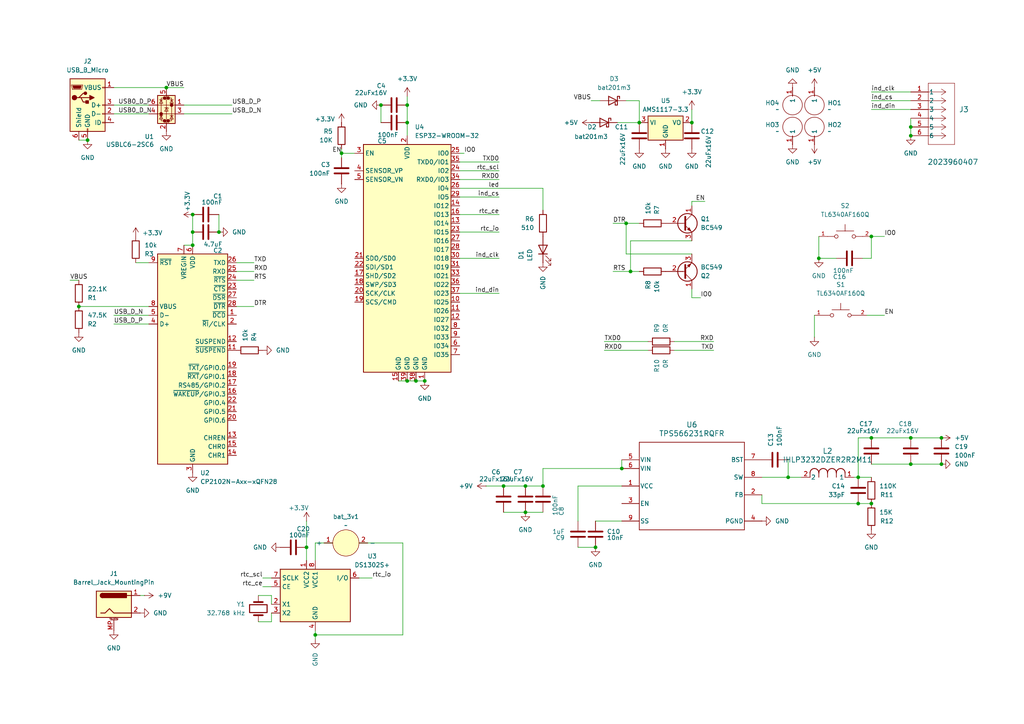
<source format=kicad_sch>
(kicad_sch (version 20250114) (generator "eeschema") (generator_version "9.0")
  (paper "A4")
  (lib_symbols
    (symbol "2024-10-03_17-32-12:TPS566231RQFR" (pin_names (offset 0.254))
      (property "Reference" "U" (at 0 2.54 0))
      (property "Value" "TPS566231RQFR" (at 0 0 0))
      (symbol "TPS566231RQFR_0_1"
        (pin power_in line (at -20.32 7.62 0) (length 5.08) (name "VIN") (number "5"))
        (pin power_in line (at -20.32 5.08 0) (length 5.08) (name "VIN") (number "6"))
        (pin power_in line (at -20.32 0 0) (length 5.08) (name "VCC") (number "1"))
        (pin input line (at -20.32 -5.08 0) (length 5.08) (name "EN") (number "3"))
        (pin unspecified line (at -20.32 -10.16 0) (length 5.08) (name "SS") (number "9"))
        (pin power_in line (at 20.32 7.62 180) (length 5.08) (name "BST") (number "7"))
        (pin power_in line (at 20.32 2.54 180) (length 5.08) (name "SW") (number "8"))
        (pin input line (at 20.32 -2.54 180) (length 5.08) (name "FB") (number "2"))
        (pin power_in line (at 20.32 -10.16 180) (length 5.08) (name "PGND") (number "4"))
      )
    )
    (symbol "2024-10-12_21-28-59:2023960407" (pin_names (offset 0.254))
      (property "Reference" "J" (at 8.89 6.35 0))
      (property "Value" "2023960407" (at 0 0 0))
      (symbol "2023960407_1_1"
        (pin unspecified line (at 0 0 0) (length 5.08) (name "1") (number "1"))
        (pin unspecified line (at 0 -2.54 0) (length 5.08) (name "2") (number "2"))
        (pin unspecified line (at 0 -5.08 0) (length 5.08) (name "3") (number "3"))
        (pin unspecified line (at 0 -7.62 0) (length 5.08) (name "4") (number "4"))
        (pin unspecified line (at 0 -10.16 0) (length 5.08) (name "5") (number "5"))
        (pin unspecified line (at 0 -12.7 0) (length 5.08) (name "6") (number "6"))
      )
      (symbol "2023960407_1_2"
        (pin unspecified line (at 0 0 0) (length 5.08) (name "1") (number "1"))
        (pin unspecified line (at 0 -2.54 0) (length 5.08) (name "2") (number "2"))
        (pin unspecified line (at 0 -5.08 0) (length 5.08) (name "3") (number "3"))
        (pin unspecified line (at 0 -7.62 0) (length 5.08) (name "4") (number "4"))
        (pin unspecified line (at 0 -10.16 0) (length 5.08) (name "5") (number "5"))
        (pin unspecified line (at 0 -12.7 0) (length 5.08) (name "6") (number "6"))
      )
    )
    (symbol "2024-10-13_18-27-30:IHLP3232DZER2R2M11" (pin_names (offset 0.254))
      (property "Reference" "L" (at 6.985 5.08 0))
      (property "Value" "IHLP3232DZER2R2M11" (at 6.985 -2.54 0))
      (symbol "IHLP3232DZER2R2M11_1_1"
        (pin unspecified line (at 0 0 0) (length 2.54) (name "2") (number "2"))
        (pin unspecified line (at 15.24 0 180) (length 2.54) (name "1") (number "1"))
      )
      (symbol "IHLP3232DZER2R2M11_1_2"
        (pin unspecified line (at 0 15.24 270) (length 2.54) (name "1") (number "1"))
        (pin unspecified line (at 0 0 90) (length 2.54) (name "2") (number "2"))
      )
    )
    (symbol "Battery_Management:battery_holder_GR2032"
      (property "Reference" "bat_3v" (at 0 0.762 0))
      (symbol "battery_holder_GR2032_1_1"
        (pin power_out line (at -3.81 0 180) (length 2.54) (name "-") (number "2"))
        (pin power_out line (at 3.81 0 0) (length 2.54) (name "+") (number "1"))
      )
    )
    (symbol "Connector:Barrel_Jack_MountingPin" (pin_names (hide yes))
      (property "Reference" "J" (at 0 5.334 0))
      (property "Value" "Barrel_Jack_MountingPin" (at 1.27 -6.35 0))
      (symbol "Barrel_Jack_MountingPin_1_1"
        (text "Mounting" (at 0 -4.191 0) (effects (font (size 0.381 0.381))))
        (pin passive line (at 0 -7.62 90) (length 3.048) (name "MountPin") (number "MP"))
        (pin passive line (at 7.62 2.54 180) (length 2.54) (name "~") (number "1"))
        (pin passive line (at 7.62 -2.54 180) (length 2.54) (name "~") (number "2"))
      )
    )
    (symbol "Connector:USB_B_Micro" (pin_names (offset 1.016))
      (property "Reference" "J" (at -5.08 11.43 0))
      (property "Value" "USB_B_Micro" (at -5.08 8.89 0))
      (symbol "USB_B_Micro_1_1"
        (pin passive line (at -2.54 -10.16 90) (length 2.54) (name "Shield") (number "6"))
        (pin power_out line (at 0 -10.16 90) (length 2.54) (name "GND") (number "5"))
        (pin power_out line (at 7.62 5.08 180) (length 2.54) (name "VBUS") (number "1"))
        (pin bidirectional line (at 7.62 0 180) (length 2.54) (name "D+") (number "3"))
        (pin bidirectional line (at 7.62 -2.54 180) (length 2.54) (name "D-") (number "2"))
        (pin passive line (at 7.62 -5.08 180) (length 2.54) (name "ID") (number "4"))
      )
    )
    (symbol "Device:C" (pin_numbers (hide yes)) (pin_names (offset 0.254))
      (property "Reference" "C" (at 0.635 2.54 0))
      (property "Value" "C" (at 0.635 -2.54 0))
      (symbol "C_1_1"
        (pin passive line (at 0 3.81 270) (length 2.794) (name "~") (number "1"))
        (pin passive line (at 0 -3.81 90) (length 2.794) (name "~") (number "2"))
      )
    )
    (symbol "Device:Crystal" (pin_numbers (hide yes)) (pin_names (offset 1.016) (hide yes))
      (property "Reference" "Y" (at 0 3.81 0))
      (property "Value" "Crystal" (at 0 -3.81 0))
      (symbol "Crystal_1_1"
        (pin passive line (at -3.81 0 0) (length 1.27) (name "1") (number "1"))
        (pin passive line (at 3.81 0 180) (length 1.27) (name "2") (number "2"))
      )
    )
    (symbol "Device:D_Schottky" (pin_numbers (hide yes)) (pin_names (offset 1.016) (hide yes))
      (property "Reference" "D" (at 0 2.54 0))
      (property "Value" "D_Schottky" (at 0 -2.54 0))
      (symbol "D_Schottky_1_1"
        (pin passive line (at -3.81 0 0) (length 2.54) (name "K") (number "1"))
        (pin passive line (at 3.81 0 180) (length 2.54) (name "A") (number "2"))
      )
    )
    (symbol "Device:LED" (pin_numbers (hide yes)) (pin_names (offset 1.016) (hide yes))
      (property "Reference" "D" (at 0 2.54 0))
      (property "Value" "LED" (at 0 -2.54 0))
      (symbol "LED_1_1"
        (pin passive line (at -3.81 0 0) (length 2.54) (name "K") (number "1"))
        (pin passive line (at 3.81 0 180) (length 2.54) (name "A") (number "2"))
      )
    )
    (symbol "Device:R" (pin_numbers (hide yes)) (pin_names (offset 0))
      (property "Reference" "R" (at 2.032 0 90))
      (property "Value" "R" (at 0 0 90))
      (symbol "R_1_1"
        (pin passive line (at 0 3.81 270) (length 1.27) (name "~") (number "1"))
        (pin passive line (at 0 -3.81 90) (length 1.27) (name "~") (number "2"))
      )
    )
    (symbol "Interface_USB:CP2102N-Axx-xQFN28"
      (property "Reference" "U" (at -8.89 31.75 0))
      (property "Value" "CP2102N-Axx-xQFN28" (at 12.7 31.75 0))
      (symbol "CP2102N-Axx-xQFN28_1_1"
        (pin input line (at -12.7 27.94 0) (length 2.54) (name "~{RST}") (number "9"))
        (pin input line (at -12.7 15.24 0) (length 2.54) (name "VBUS") (number "8"))
        (pin bidirectional line (at -12.7 12.7 0) (length 2.54) (name "D-") (number "5"))
        (pin bidirectional line (at -12.7 10.16 0) (length 2.54) (name "D+") (number "4"))
        (pin no_connect line (at -10.16 -27.94 0) (length 2.54) (hide yes) (name "NC") (number "10"))
        (pin power_in line (at -2.54 33.02 270) (length 2.54) (name "VREGIN") (number "7"))
        (pin power_in line (at 0 33.02 270) (length 2.54) (name "VDD") (number "6"))
        (pin passive line (at 0 -33.02 90) (length 2.54) (hide yes) (name "GND") (number "29"))
        (pin power_in line (at 0 -33.02 90) (length 2.54) (name "GND") (number "3"))
        (pin output line (at 12.7 27.94 180) (length 2.54) (name "TXD") (number "26"))
        (pin input line (at 12.7 25.4 180) (length 2.54) (name "RXD") (number "25"))
        (pin output line (at 12.7 22.86 180) (length 2.54) (name "~{RTS}") (number "24"))
        (pin input line (at 12.7 20.32 180) (length 2.54) (name "~{CTS}") (number "23"))
        (pin input line (at 12.7 17.78 180) (length 2.54) (name "~{DSR}") (number "27"))
        (pin output line (at 12.7 15.24 180) (length 2.54) (name "~{DTR}") (number "28"))
        (pin input line (at 12.7 12.7 180) (length 2.54) (name "~{DCD}") (number "1"))
        (pin bidirectional line (at 12.7 10.16 180) (length 2.54) (name "~{RI}/CLK") (number "2"))
        (pin output line (at 12.7 5.08 180) (length 2.54) (name "SUSPEND") (number "12"))
        (pin output line (at 12.7 2.54 180) (length 2.54) (name "~{SUSPEND}") (number "11"))
        (pin bidirectional line (at 12.7 -2.54 180) (length 2.54) (name "~{TXT}/GPIO.0") (number "19"))
        (pin bidirectional line (at 12.7 -5.08 180) (length 2.54) (name "~{RXT}/GPIO.1") (number "18"))
        (pin bidirectional line (at 12.7 -7.62 180) (length 2.54) (name "RS485/GPIO.2") (number "17"))
        (pin bidirectional line (at 12.7 -10.16 180) (length 2.54) (name "~{WAKEUP}/GPIO.3") (number "16"))
        (pin bidirectional line (at 12.7 -12.7 180) (length 2.54) (name "GPIO.4") (number "22"))
        (pin bidirectional line (at 12.7 -15.24 180) (length 2.54) (name "GPIO.5") (number "21"))
        (pin bidirectional line (at 12.7 -17.78 180) (length 2.54) (name "GPIO.6") (number "20"))
        (pin output line (at 12.7 -22.86 180) (length 2.54) (name "CHREN") (number "13"))
        (pin output line (at 12.7 -25.4 180) (length 2.54) (name "CHR0") (number "15"))
        (pin output line (at 12.7 -27.94 180) (length 2.54) (name "CHR1") (number "14"))
      )
    )
    (symbol "Power_Protection:USBLC6-2SC6" (pin_names (hide yes))
      (property "Reference" "U" (at 0.635 5.715 0))
      (property "Value" "USBLC6-2SC6" (at 0.635 3.81 0))
      (symbol "USBLC6-2SC6_1_1"
        (pin passive line (at -5.08 0 0) (length 2.54) (name "I/O1") (number "1"))
        (pin passive line (at -5.08 -2.54 0) (length 2.54) (name "I/O2") (number "3"))
        (pin passive line (at 0 5.08 270) (length 2.54) (name "VBUS") (number "5"))
        (pin passive line (at 0 -7.62 90) (length 2.54) (name "GND") (number "2"))
        (pin passive line (at 5.08 0 180) (length 2.54) (name "I/O1") (number "6"))
        (pin passive line (at 5.08 -2.54 180) (length 2.54) (name "I/O2") (number "4"))
      )
    )
    (symbol "RF_Module:ESP32-WROOM-32"
      (property "Reference" "U1" (at 2.1941 38.1 0))
      (property "Value" "ESP32-WROOM-32" (at 2.1941 35.56 0))
      (symbol "ESP32-WROOM-32_1_1"
        (pin input line (at -15.24 30.48 0) (length 2.54) (name "EN") (number "3"))
        (pin input line (at -15.24 25.4 0) (length 2.54) (name "SENSOR_VP") (number "4"))
        (pin input line (at -15.24 22.86 0) (length 2.54) (name "SENSOR_VN") (number "5"))
        (pin bidirectional line (at -15.24 0 0) (length 2.54) (name "SDO/SD0") (number "21"))
        (pin bidirectional line (at -15.24 -2.54 0) (length 2.54) (name "SDI/SD1") (number "22"))
        (pin bidirectional line (at -15.24 -5.08 0) (length 2.54) (name "SHD/SD2") (number "17"))
        (pin bidirectional line (at -15.24 -7.62 0) (length 2.54) (name "SWP/SD3") (number "18"))
        (pin bidirectional line (at -15.24 -10.16 0) (length 2.54) (name "SCK/CLK") (number "20"))
        (pin bidirectional line (at -15.24 -12.7 0) (length 2.54) (name "SCS/CMD") (number "19"))
        (pin no_connect line (at -12.7 -27.94 0) (length 2.54) (hide yes) (name "NC") (number "32"))
        (pin passive line (at -2.54 -35.56 90) (length 2.54) (name "GND") (number "15"))
        (pin power_in line (at 0 35.56 270) (length 2.54) (name "VDD") (number "2"))
        (pin passive line (at 0 -35.56 90) (length 2.54) (name "GND") (number "39"))
        (pin passive line (at 2.54 -35.56 90) (length 2.54) (name "GND") (number "38"))
        (pin power_in line (at 5.08 -35.56 90) (length 2.54) (name "GND") (number "1"))
        (pin bidirectional line (at 15.24 30.48 180) (length 2.54) (name "IO0") (number "25"))
        (pin bidirectional line (at 15.24 27.94 180) (length 2.54) (name "TXD0/IO1") (number "35"))
        (pin bidirectional line (at 15.24 25.4 180) (length 2.54) (name "IO2") (number "24"))
        (pin bidirectional line (at 15.24 22.86 180) (length 2.54) (name "RXD0/IO3") (number "34"))
        (pin bidirectional line (at 15.24 20.32 180) (length 2.54) (name "IO4") (number "26"))
        (pin bidirectional line (at 15.24 17.78 180) (length 2.54) (name "IO5") (number "29"))
        (pin bidirectional line (at 15.24 15.24 180) (length 2.54) (name "IO12") (number "14"))
        (pin bidirectional line (at 15.24 12.7 180) (length 2.54) (name "IO13") (number "16"))
        (pin bidirectional line (at 15.24 10.16 180) (length 2.54) (name "IO14") (number "13"))
        (pin bidirectional line (at 15.24 7.62 180) (length 2.54) (name "IO15") (number "23"))
        (pin bidirectional line (at 15.24 5.08 180) (length 2.54) (name "IO16") (number "27"))
        (pin bidirectional line (at 15.24 2.54 180) (length 2.54) (name "IO17") (number "28"))
        (pin bidirectional line (at 15.24 0 180) (length 2.54) (name "IO18") (number "30"))
        (pin bidirectional line (at 15.24 -2.54 180) (length 2.54) (name "IO19") (number "31"))
        (pin bidirectional line (at 15.24 -5.08 180) (length 2.54) (name "IO21") (number "33"))
        (pin bidirectional line (at 15.24 -7.62 180) (length 2.54) (name "IO22") (number "36"))
        (pin bidirectional line (at 15.24 -10.16 180) (length 2.54) (name "IO23") (number "37"))
        (pin bidirectional line (at 15.24 -12.7 180) (length 2.54) (name "IO25") (number "10"))
        (pin bidirectional line (at 15.24 -15.24 180) (length 2.54) (name "IO26") (number "11"))
        (pin bidirectional line (at 15.24 -17.78 180) (length 2.54) (name "IO27") (number "12"))
        (pin bidirectional line (at 15.24 -20.32 180) (length 2.54) (name "IO32") (number "8"))
        (pin bidirectional line (at 15.24 -22.86 180) (length 2.54) (name "IO33") (number "9"))
        (pin input line (at 15.24 -25.4 180) (length 2.54) (name "IO34") (number "6"))
        (pin input line (at 15.24 -27.94 180) (length 2.54) (name "IO35") (number "7"))
      )
    )
    (symbol "Regulator_Linear:AMS1117-3.3"
      (property "Reference" "U" (at -3.81 3.175 0))
      (property "Value" "AMS1117-3.3" (at 0 3.175 0))
      (symbol "AMS1117-3.3_1_1"
        (pin power_in line (at -7.62 0 0) (length 2.54) (name "VI") (number "3"))
        (pin power_in line (at 0 -7.62 90) (length 2.54) (name "GND") (number "1"))
        (pin power_out line (at 7.62 0 180) (length 2.54) (name "VO") (number "2"))
      )
    )
    (symbol "TL6340AF160Q:TL6340AF160Q" (pin_names (offset 1.016))
      (property "Reference" "S" (at -7.62 5.08 0))
      (property "Value" "TL6340AF160Q" (at -7.62 -5.08 0))
      (symbol "TL6340AF160Q_0_0"
        (pin passive line (at -7.62 0 0) (length 2.54) (name "~") (number "1"))
        (pin passive line (at 7.62 0 180) (length 2.54) (name "~") (number "2"))
      )
    )
    (symbol "Timer_RTC:DS1302S+"
      (property "Reference" "U" (at -8.89 8.89 0))
      (property "Value" "DS1302S+" (at 1.27 8.89 0))
      (symbol "DS1302S+_1_1"
        (pin input line (at -12.7 5.08 0) (length 2.54) (name "SCLK") (number "7"))
        (pin input line (at -12.7 2.54 0) (length 2.54) (name "CE") (number "5"))
        (pin input line (at -12.7 -2.54 0) (length 2.54) (name "X1") (number "2"))
        (pin input line (at -12.7 -5.08 0) (length 2.54) (name "X2") (number "3"))
        (pin power_in line (at -2.54 10.16 270) (length 2.54) (name "VCC2") (number "1"))
        (pin power_in line (at 0 10.16 270) (length 2.54) (name "VCC1") (number "8"))
        (pin power_in line (at 0 -10.16 90) (length 2.54) (name "GND") (number "4"))
        (pin bidirectional line (at 12.7 5.08 180) (length 2.54) (name "I/O") (number "6"))
      )
    )
    (symbol "Transistor_BJT:BC549" (pin_names (offset 0) (hide yes))
      (property "Reference" "Q" (at 5.08 1.905 0))
      (property "Value" "BC549" (at 5.08 0 0))
      (symbol "BC549_1_1"
        (pin input line (at -5.08 0 0) (length 5.08) (name "B") (number "2"))
        (pin passive line (at 2.54 5.08 270) (length 2.54) (name "C") (number "1"))
        (pin passive line (at 2.54 -5.08 90) (length 2.54) (name "E") (number "3"))
      )
    )
    (symbol "power:+3.3V" (power) (pin_numbers (hide yes)) (pin_names (offset 0) (hide yes))
      (property "Value" "+3.3V" (at 0 3.556 0))
      (symbol "+3.3V_1_1"
        (pin power_in line (at 0 0 90) (length 0) (name "~") (number "1"))
      )
    )
    (symbol "power:+5V" (power) (pin_numbers (hide yes)) (pin_names (offset 0) (hide yes))
      (property "Value" "+5V" (at 0 3.556 0))
      (symbol "+5V_1_1"
        (pin power_in line (at 0 0 90) (length 0) (name "~") (number "1"))
      )
    )
    (symbol "power:+9V" (power) (pin_numbers (hide yes)) (pin_names (offset 0) (hide yes))
      (property "Value" "+9V" (at 0 3.556 0))
      (symbol "+9V_1_1"
        (pin power_in line (at 0 0 90) (length 0) (name "~") (number "1"))
      )
    )
    (symbol "power:GND" (power) (pin_numbers (hide yes)) (pin_names (offset 0) (hide yes))
      (property "Value" "GND" (at 0 -3.81 0))
      (symbol "GND_1_1"
        (pin power_in line (at 0 0 270) (length 0) (name "~") (number "1"))
      )
    )
    (symbol "spacers:9774030243R_HOLE"
      (property "Reference" "HO" (at 0.762 0 0))
      (symbol "9774030243R_HOLE_1_1"
        (pin bidirectional line (at -5.08 0 0) (length 2.54) (name "1") (number "1"))
      )
    )
  )
  (junction (at 110.49 30.48))
  (junction (at 157.48 140.97))
  (junction (at 273.05 127))
  (junction (at 252.73 146.05))
  (junction (at 264.16 36.83))
  (junction (at 200.66 35.56))
  (junction (at 55.88 71.12))
  (junction (at 181.61 64.77))
  (junction (at 118.11 35.56))
  (junction (at 228.6 138.43))
  (junction (at 55.88 62.23))
  (junction (at 152.4 148.59))
  (junction (at 123.19 110.49))
  (junction (at 99.06 44.45))
  (junction (at 120.65 110.49))
  (junction (at 237.49 74.93))
  (junction (at 185.42 35.56))
  (junction (at 22.86 88.9))
  (junction (at 264.16 134.62))
  (junction (at 88.9 158.75))
  (junction (at 180.34 135.89))
  (junction (at 48.26 25.4))
  (junction (at 55.88 67.31))
  (junction (at 118.11 110.49))
  (junction (at 146.05 140.97))
  (junction (at 25.4 40.64))
  (junction (at 118.11 30.48))
  (junction (at 91.44 184.15))
  (junction (at 63.5 67.31))
  (junction (at 252.73 68.58))
  (junction (at 252.73 127))
  (junction (at 264.16 39.37))
  (junction (at 182.88 78.74))
  (junction (at 273.05 134.62))
  (junction (at 264.16 127))
  (junction (at 172.72 158.75))
  (junction (at 152.4 140.97))
  (junction (at 248.92 138.43))
  (junction (at 248.92 146.05))
  (wire (pts (xy 133.35 62.23) (xy 144.78 62.23)))
  (wire (pts (xy 180.34 133.35) (xy 180.34 135.89)))
  (wire (pts (xy 204.47 58.42) (xy 200.66 58.42)))
  (wire (pts (xy 175.26 99.06) (xy 187.96 99.06)))
  (wire (pts (xy 22.86 40.64) (xy 25.4 40.64)))
  (wire (pts (xy 264.16 134.62) (xy 273.05 134.62)))
  (wire (pts (xy 252.73 134.62) (xy 264.16 134.62)))
  (wire (pts (xy 74.93 180.34) (xy 78.74 180.34)))
  (wire (pts (xy 252.73 68.58) (xy 252.73 74.93)))
  (wire (pts (xy 68.58 76.2) (xy 73.66 76.2)))
  (wire (pts (xy 118.11 27.94) (xy 118.11 30.48)))
  (wire (pts (xy 55.88 62.23) (xy 55.88 67.31)))
  (wire (pts (xy 182.88 78.74) (xy 185.42 78.74)))
  (wire (pts (xy 33.02 91.44) (xy 43.18 91.44)))
  (wire (pts (xy 181.61 64.77) (xy 181.61 73.66)))
  (wire (pts (xy 200.66 69.85) (xy 182.88 69.85)))
  (wire (pts (xy 120.65 110.49) (xy 123.19 110.49)))
  (wire (pts (xy 20.32 81.28) (xy 22.86 81.28)))
  (wire (pts (xy 133.35 67.31) (xy 144.78 67.31)))
  (wire (pts (xy 118.11 35.56) (xy 118.11 39.37)))
  (wire (pts (xy 48.26 25.4) (xy 53.34 25.4)))
  (wire (pts (xy 140.97 140.97) (xy 146.05 140.97)))
  (wire (pts (xy 200.66 86.36) (xy 203.2 86.36)))
  (wire (pts (xy 33.02 25.4) (xy 48.26 25.4)))
  (wire (pts (xy 116.84 157.48) (xy 116.84 184.15)))
  (wire (pts (xy 99.06 43.18) (xy 99.06 44.45)))
  (wire (pts (xy 228.6 138.43) (xy 220.98 138.43)))
  (wire (pts (xy 236.22 91.44) (xy 236.22 97.79)))
  (wire (pts (xy 118.11 110.49) (xy 120.65 110.49)))
  (wire (pts (xy 220.98 143.51) (xy 220.98 146.05)))
  (wire (pts (xy 104.14 157.48) (xy 116.84 157.48)))
  (wire (pts (xy 180.34 140.97) (xy 167.64 140.97)))
  (wire (pts (xy 88.9 151.13) (xy 88.9 158.75)))
  (wire (pts (xy 104.14 167.64) (xy 107.95 167.64)))
  (wire (pts (xy 252.73 127) (xy 264.16 127)))
  (wire (pts (xy 172.72 151.13) (xy 180.34 151.13)))
  (wire (pts (xy 39.37 76.2) (xy 43.18 76.2)))
  (wire (pts (xy 167.64 140.97) (xy 167.64 151.13)))
  (wire (pts (xy 96.52 157.48) (xy 91.44 157.48)))
  (wire (pts (xy 91.44 184.15) (xy 91.44 185.42)))
  (wire (pts (xy 237.49 74.93) (xy 242.57 74.93)))
  (wire (pts (xy 76.2 167.64) (xy 78.74 167.64)))
  (wire (pts (xy 33.02 33.02) (xy 43.18 33.02)))
  (wire (pts (xy 232.41 138.43) (xy 228.6 138.43)))
  (wire (pts (xy 182.88 69.85) (xy 182.88 78.74)))
  (wire (pts (xy 33.02 93.98) (xy 43.18 93.98)))
  (wire (pts (xy 181.61 29.21) (xy 185.42 29.21)))
  (wire (pts (xy 133.35 52.07) (xy 144.78 52.07)))
  (wire (pts (xy 55.88 67.31) (xy 55.88 71.12)))
  (wire (pts (xy 200.66 31.75) (xy 200.66 35.56)))
  (wire (pts (xy 41.91 172.72) (xy 40.64 172.72)))
  (wire (pts (xy 177.8 78.74) (xy 182.88 78.74)))
  (wire (pts (xy 99.06 44.45) (xy 99.06 45.72)))
  (wire (pts (xy 33.02 30.48) (xy 43.18 30.48)))
  (wire (pts (xy 68.58 81.28) (xy 73.66 81.28)))
  (wire (pts (xy 248.92 127) (xy 252.73 127)))
  (wire (pts (xy 53.34 71.12) (xy 55.88 71.12)))
  (wire (pts (xy 252.73 68.58) (xy 256.54 68.58)))
  (wire (pts (xy 157.48 135.89) (xy 157.48 140.97)))
  (wire (pts (xy 152.4 148.59) (xy 157.48 148.59)))
  (wire (pts (xy 133.35 74.93) (xy 144.78 74.93)))
  (wire (pts (xy 76.2 170.18) (xy 78.74 170.18)))
  (wire (pts (xy 118.11 30.48) (xy 118.11 35.56)))
  (wire (pts (xy 88.9 158.75) (xy 88.9 162.56)))
  (wire (pts (xy 175.26 101.6) (xy 187.96 101.6)))
  (wire (pts (xy 264.16 34.29) (xy 264.16 36.83)))
  (wire (pts (xy 133.35 85.09) (xy 144.78 85.09)))
  (wire (pts (xy 68.58 78.74) (xy 73.66 78.74)))
  (wire (pts (xy 248.92 127) (xy 248.92 138.43)))
  (wire (pts (xy 264.16 36.83) (xy 264.16 39.37)))
  (wire (pts (xy 252.73 29.21) (xy 264.16 29.21)))
  (wire (pts (xy 195.58 99.06) (xy 207.01 99.06)))
  (wire (pts (xy 179.07 35.56) (xy 185.42 35.56)))
  (wire (pts (xy 53.34 33.02) (xy 67.31 33.02)))
  (wire (pts (xy 248.92 146.05) (xy 252.73 146.05)))
  (wire (pts (xy 146.05 148.59) (xy 152.4 148.59)))
  (wire (pts (xy 133.35 49.53) (xy 144.78 49.53)))
  (wire (pts (xy 115.57 110.49) (xy 118.11 110.49)))
  (wire (pts (xy 146.05 140.97) (xy 152.4 140.97)))
  (wire (pts (xy 53.34 30.48) (xy 67.31 30.48)))
  (wire (pts (xy 220.98 146.05) (xy 248.92 146.05)))
  (wire (pts (xy 171.45 29.21) (xy 173.99 29.21)))
  (wire (pts (xy 251.46 91.44) (xy 256.54 91.44)))
  (wire (pts (xy 250.19 74.93) (xy 252.73 74.93)))
  (wire (pts (xy 180.34 135.89) (xy 157.48 135.89)))
  (wire (pts (xy 237.49 68.58) (xy 237.49 74.93)))
  (wire (pts (xy 133.35 57.15) (xy 144.78 57.15)))
  (wire (pts (xy 68.58 88.9) (xy 73.66 88.9)))
  (wire (pts (xy 228.6 133.35) (xy 228.6 138.43)))
  (wire (pts (xy 91.44 182.88) (xy 91.44 184.15)))
  (wire (pts (xy 172.72 158.75) (xy 167.64 158.75)))
  (wire (pts (xy 116.84 184.15) (xy 91.44 184.15)))
  (wire (pts (xy 43.18 88.9) (xy 22.86 88.9)))
  (wire (pts (xy 248.92 138.43) (xy 252.73 138.43)))
  (wire (pts (xy 91.44 157.48) (xy 91.44 162.56)))
  (wire (pts (xy 181.61 64.77) (xy 185.42 64.77)))
  (wire (pts (xy 252.73 26.67) (xy 264.16 26.67)))
  (wire (pts (xy 247.65 138.43) (xy 248.92 138.43)))
  (wire (pts (xy 78.74 175.26) (xy 78.74 172.72)))
  (wire (pts (xy 78.74 180.34) (xy 78.74 177.8)))
  (wire (pts (xy 177.8 64.77) (xy 181.61 64.77)))
  (wire (pts (xy 133.35 54.61) (xy 157.48 54.61)))
  (wire (pts (xy 63.5 62.23) (xy 63.5 67.31)))
  (wire (pts (xy 200.66 83.82) (xy 200.66 86.36)))
  (wire (pts (xy 78.74 172.72) (xy 74.93 172.72)))
  (wire (pts (xy 195.58 101.6) (xy 207.01 101.6)))
  (wire (pts (xy 133.35 46.99) (xy 144.78 46.99)))
  (wire (pts (xy 181.61 73.66) (xy 200.66 73.66)))
  (wire (pts (xy 152.4 140.97) (xy 157.48 140.97)))
  (wire (pts (xy 110.49 30.48) (xy 110.49 35.56)))
  (wire (pts (xy 200.66 58.42) (xy 200.66 59.69)))
  (wire (pts (xy 134.62 44.45) (xy 133.35 44.45)))
  (wire (pts (xy 264.16 127) (xy 273.05 127)))
  (wire (pts (xy 252.73 31.75) (xy 264.16 31.75)))
  (wire (pts (xy 99.06 44.45) (xy 102.87 44.45)))
  (wire (pts (xy 157.48 54.61) (xy 157.48 60.96)))
  (wire (pts (xy 185.42 29.21) (xy 185.42 35.56)))
  (label "ind_cs" (at 144.78 57.15 180))
  (label "USB0_D_N" (at 34.29 33.02 0))
  (label "USB_D_N" (at 33.02 91.44 0))
  (label "USB_D_P" (at 67.31 30.48 0))
  (label "TXD" (at 73.66 76.2 0))
  (label "rtc_ce" (at 76.2 170.18 180))
  (label "ind_din" (at 252.73 31.75 0))
  (label "IO0" (at 256.54 68.58 0))
  (label "ind_clk" (at 252.73 26.67 0))
  (label "TXD0" (at 144.78 46.99 180))
  (label "EN" (at 99.06 44.45 180))
  (label "RXD0" (at 144.78 52.07 180))
  (label "rtc_io" (at 107.95 167.64 0))
  (label "USB0_D_P" (at 34.29 30.48 0))
  (label "rtc_io" (at 144.78 67.31 180))
  (label "RXD" (at 73.66 78.74 0))
  (label "ind_clk" (at 144.78 74.93 180))
  (label "TXD" (at 207.01 101.6 180))
  (label "ind_din" (at 144.78 85.09 180))
  (label "led" (at 144.78 54.61 180))
  (label "rtc_scl" (at 76.2 167.64 180))
  (label "USB_D_P" (at 33.02 93.98 0))
  (label "VBUS" (at 20.32 81.28 0))
  (label "DTR" (at 73.66 88.9 0))
  (label "VBUS" (at 171.45 29.21 180))
  (label "USB_D_N" (at 67.31 33.02 0))
  (label "EN" (at 204.47 58.42 180))
  (label "RTS" (at 177.8 78.74 0))
  (label "EN" (at 256.54 91.44 0))
  (label "RTS" (at 73.66 81.28 0))
  (label "rtc_ce" (at 144.78 62.23 180))
  (label "TXD0" (at 175.26 99.06 0))
  (label "IO0" (at 203.2 86.36 0))
  (label "VBUS" (at 53.34 25.4 180))
  (label "DTR" (at 177.8 64.77 0))
  (label "rtc_scl" (at 144.78 49.53 180))
  (label "RXD0" (at 175.26 101.6 0))
  (label "RXD" (at 207.01 99.06 180))
  (label "ind_cs" (at 252.73 29.21 0))
  (label "IO0" (at 134.62 44.45 0))
  (symbol (lib_id "Device:C") (at 146.05 144.78 0) (unit 1)
    (property "Reference" "C6" (at 142.494 136.906 0) (effects (justify left)))
    (property "Value" "22uFx16V" (at 138.938 138.938 0) (effects (justify left)))
    (property "Footprint" "Capacitor_SMD:C_1206_3216Metric_Pad1.33x1.80mm_HandSolder" (effects (hide yes)))
    (property "Description" "Unpolarized capacitor" (effects (hide yes)))
  )
  (symbol (lib_id "Device:R") (at 252.73 142.24 0) (mirror x) (unit 1)
    (property "Reference" "R11" (at 255.27 143.5101 0) (effects (justify left)))
    (property "Value" "110K" (at 255.016 140.97 0) (effects (justify left)))
    (property "Footprint" "Resistor_SMD:R_0603_1608Metric_Pad0.98x0.95mm_HandSolder" (effects (hide yes)))
    (property "Description" "Resistor" (effects (hide yes)))
  )
  (symbol (lib_id "power:GND") (at 264.16 39.37 0) (mirror y) (unit 1)
    (property "Reference" "#PWR039" (effects (hide yes)))
    (property "Value" "GND" (at 264.16 44.45 0))
    (property "Description" "Power symbol creates a global label with name \"GND\" , ground" (effects (hide yes)))
  )
  (symbol (lib_id "Device:C") (at 59.69 62.23 90) (unit 1)
    (property "Reference" "C1" (at 64.516 56.896 90) (effects (justify left)))
    (property "Value" "100nF" (at 64.516 58.674 90) (effects (justify left)))
    (property "Footprint" "Capacitor_SMD:C_0603_1608Metric_Pad1.08x0.95mm_HandSolder" (effects (hide yes)))
    (property "Description" "Unpolarized capacitor" (effects (hide yes)))
  )
  (symbol (lib_id "power:GND") (at 81.28 158.75 270) (mirror x) (unit 1)
    (property "Reference" "#PWR037" (effects (hide yes)))
    (property "Value" "GND" (at 77.47 158.7499 90) (effects (justify right)))
    (property "Description" "Power symbol creates a global label with name \"GND\" , ground" (effects (hide yes)))
  )
  (symbol (lib_id "power:GND") (at 157.48 76.2 0) (mirror y) (unit 1)
    (property "Reference" "#PWR018" (effects (hide yes)))
    (property "Value" "GND" (at 157.4799 80.01 90) (effects (justify right)))
    (property "Description" "Power symbol creates a global label with name \"GND\" , ground" (effects (hide yes)))
  )
  (symbol (lib_id "power:+5V") (at 171.45 35.56 90) (mirror x) (unit 1)
    (property "Reference" "#PWR021" (effects (hide yes)))
    (property "Value" "+5V" (at 167.64 35.5599 90) (effects (justify left)))
    (property "Description" "Power symbol creates a global label with name \"+5V\"" (effects (hide yes)))
  )
  (symbol (lib_id "Device:C") (at 152.4 144.78 0) (unit 1)
    (property "Reference" "C7" (at 148.844 136.906 0) (effects (justify left)))
    (property "Value" "22uFx16V" (at 145.288 138.938 0) (effects (justify left)))
    (property "Footprint" "Capacitor_SMD:C_1206_3216Metric_Pad1.33x1.80mm_HandSolder" (effects (hide yes)))
    (property "Description" "Unpolarized capacitor" (effects (hide yes)))
  )
  (symbol (lib_id "power:GND") (at 110.49 30.48 270) (unit 1)
    (property "Reference" "#PWR015" (effects (hide yes)))
    (property "Value" "GND" (at 106.68 30.4799 90) (effects (justify right)))
    (property "Description" "Power symbol creates a global label with name \"GND\" , ground" (effects (hide yes)))
  )
  (symbol (lib_id "power:GND") (at 220.98 151.13 90) (mirror x) (unit 1)
    (property "Reference" "#PWR027" (effects (hide yes)))
    (property "Value" "GND" (at 224.79 151.1299 90) (effects (justify right)))
    (property "Description" "Power symbol creates a global label with name \"GND\" , ground" (effects (hide yes)))
  )
  (symbol (lib_id "Device:C") (at 200.66 39.37 0) (unit 1)
    (property "Reference" "C12" (at 203.2 38.1 0) (effects (justify left)))
    (property "Value" "22uFx16V" (at 205.486 48.768 90) (effects (justify left)))
    (property "Footprint" "Capacitor_SMD:C_1206_3216Metric_Pad1.33x1.80mm_HandSolder" (effects (hide yes)))
    (property "Description" "Unpolarized capacitor" (effects (hide yes)))
  )
  (symbol (lib_id "Regulator_Linear:AMS1117-3.3") (at 193.04 35.56 0) (unit 1)
    (property "Reference" "U5" (at 193.04 29.21 0))
    (property "Value" "AMS1117-3.3" (at 193.04 31.75 0))
    (property "Footprint" "Package_TO_SOT_SMD:SOT-223-3_TabPin2" (effects (hide yes)))
    (property "Datasheet" "http://www.advanced-monolithic.com/pdf/ds1117.pdf" (effects (hide yes)))
    (property "Description" "1A Low Dropout regulator, positive, 3.3V fixed output, SOT-223" (effects (hide yes)))
  )
  (symbol (lib_id "TL6340AF160Q:TL6340AF160Q") (at 243.84 91.44 0) (unit 1)
    (property "Reference" "S1" (at 243.84 82.55 0))
    (property "Value" "TL6340AF160Q" (at 243.84 85.09 0))
    (property "Footprint" "TL6340AF160Q:SW_TL6340AF160Q" (effects (hide yes)))
    (property "PARTREV" "10.23.2019" (effects (hide yes)))
    (property "STANDARD" "Manufacturer Recommendations" (effects (hide yes)))
    (property "SNAPEDA_PN" "TL6340AF160Q" (effects (hide yes)))
    (property "MAXIMUM_PACKAGE_HEIGHT" "1.55mm" (effects (hide yes)))
    (property "MANUFACTURER" "E-Swtich" (effects (hide yes)))
  )
  (symbol (lib_id "power:GND") (at 33.02 182.88 0) (unit 1)
    (property "Reference" "#PWR038" (effects (hide yes)))
    (property "Value" "GND" (at 33.02 187.96 0))
    (property "Description" "Power symbol creates a global label with name \"GND\" , ground" (effects (hide yes)))
  )
  (symbol (lib_id "power:GND") (at 152.4 148.59 0) (mirror y) (unit 1)
    (property "Reference" "#PWR020" (effects (hide yes)))
    (property "Value" "GND" (at 152.4 153.67 0))
    (property "Description" "Power symbol creates a global label with name \"GND\" , ground" (effects (hide yes)))
  )
  (symbol (lib_id "Device:R") (at 189.23 64.77 270) (mirror x) (unit 1)
    (property "Reference" "R7" (at 190.5001 62.23 0) (effects (justify left)))
    (property "Value" "10k" (at 187.9601 62.23 0) (effects (justify left)))
    (property "Footprint" "Resistor_SMD:R_0603_1608Metric_Pad0.98x0.95mm_HandSolder" (effects (hide yes)))
    (property "Description" "Resistor" (effects (hide yes)))
  )
  (symbol (lib_id "Device:R") (at 157.48 64.77 0) (mirror y) (unit 1)
    (property "Reference" "R6" (at 154.94 63.4999 0) (effects (justify left)))
    (property "Value" "510" (at 154.94 66.0399 0) (effects (justify left)))
    (property "Footprint" "Resistor_SMD:R_0603_1608Metric_Pad0.98x0.95mm_HandSolder" (effects (hide yes)))
    (property "Description" "Resistor" (effects (hide yes)))
  )
  (symbol (lib_id "power:GND") (at 91.44 185.42 0) (mirror y) (unit 1)
    (property "Reference" "#PWR012" (effects (hide yes)))
    (property "Value" "GND" (at 91.4399 189.23 90) (effects (justify right)))
    (property "Description" "Power symbol creates a global label with name \"GND\" , ground" (effects (hide yes)))
  )
  (symbol (lib_id "power:+5V") (at 236.22 41.91 0) (mirror x) (unit 1)
    (property "Reference" "#PWR036" (effects (hide yes)))
    (property "Value" "+5V" (at 236.22 46.99 0))
    (property "Description" "Power symbol creates a global label with name \"+5V\"" (effects (hide yes)))
  )
  (symbol (lib_id "Device:R") (at 22.86 85.09 0) (mirror x) (unit 1)
    (property "Reference" "R1" (at 25.4 86.3601 0) (effects (justify left)))
    (property "Value" "22.1K" (at 25.4 83.8201 0) (effects (justify left)))
    (property "Footprint" "Resistor_SMD:R_0603_1608Metric_Pad0.98x0.95mm_HandSolder" (effects (hide yes)))
    (property "Description" "Resistor" (effects (hide yes)))
  )
  (symbol (lib_id "power:+3.3V") (at 200.66 31.75 0) (unit 1)
    (property "Reference" "#PWR025" (effects (hide yes)))
    (property "Value" "+3.3V" (at 200.66 26.67 0))
    (property "Description" "Power symbol creates a global label with name \"+3.3V\"" (effects (hide yes)))
  )
  (symbol (lib_id "Connector:Barrel_Jack_MountingPin") (at 33.02 175.26 0) (unit 1)
    (property "Reference" "J1" (at 33.02 166.37 0))
    (property "Value" "Barrel_Jack_MountingPin" (at 33.02 168.91 0))
    (property "Footprint" "Connector_BarrelJack:BarrelJack_CUI_PJ-063AH_Horizontal" (effects (hide yes)))
    (property "Description" "DC Barrel Jack with a mounting pin" (effects (hide yes)))
  )
  (symbol (lib_id "Battery_Management:battery_holder_GR2032") (at 100.33 157.48 180) (unit 1)
    (property "Reference" "bat_3v1" (at 100.33 149.86 0))
    (property "Value" "~" (at 100.33 152.4 0))
    (property "Footprint" "Battery:Battery_CR2032_3v_holder" (effects (hide yes)))
  )
  (symbol (lib_id "spacers:9774030243R_HOLE") (at 236.22 30.48 270) (unit 1)
    (property "Reference" "HO1" (at 240.03 29.8449 90) (effects (justify left)))
    (property "Value" "~" (at 240.03 31.75 90) (effects (justify left)))
    (property "Footprint" "spacers:9774030243R_HOLE" (effects (hide yes)))
  )
  (symbol (lib_id "Device:R") (at 191.77 99.06 90) (unit 1)
    (property "Reference" "R9" (at 190.4999 96.52 0) (effects (justify left)))
    (property "Value" "0R" (at 193.0399 96.52 0) (effects (justify left)))
    (property "Footprint" "Resistor_SMD:R_0603_1608Metric_Pad0.98x0.95mm_HandSolder" (effects (hide yes)))
    (property "Description" "Resistor" (effects (hide yes)))
  )
  (symbol (lib_id "Device:C") (at 185.42 39.37 0) (unit 1)
    (property "Reference" "C11" (at 178.308 36.83 0) (effects (justify left)))
    (property "Value" "22uFx16V" (at 180.594 48.006 90) (effects (justify left)))
    (property "Footprint" "Capacitor_SMD:C_1206_3216Metric_Pad1.33x1.80mm_HandSolder" (effects (hide yes)))
    (property "Description" "Unpolarized capacitor" (effects (hide yes)))
  )
  (symbol (lib_id "power:GND") (at 185.42 43.18 0) (mirror y) (unit 1)
    (property "Reference" "#PWR023" (effects (hide yes)))
    (property "Value" "GND" (at 185.42 48.26 0))
    (property "Description" "Power symbol creates a global label with name \"GND\" , ground" (effects (hide yes)))
  )
  (symbol (lib_id "Device:C") (at 114.3 30.48 270) (unit 1)
    (property "Reference" "C4" (at 109.22 24.892 90) (effects (justify left)))
    (property "Value" "22uFx16V" (at 102.87 26.924 90) (effects (justify left)))
    (property "Footprint" "Capacitor_SMD:C_1206_3216Metric_Pad1.33x1.80mm_HandSolder" (effects (hide yes)))
    (property "Description" "Unpolarized capacitor" (effects (hide yes)))
  )
  (symbol (lib_id "power:GND") (at 273.05 134.62 90) (mirror x) (unit 1)
    (property "Reference" "#PWR032" (effects (hide yes)))
    (property "Value" "GND" (at 276.86 134.6199 90) (effects (justify right)))
    (property "Description" "Power symbol creates a global label with name \"GND\" , ground" (effects (hide yes)))
  )
  (symbol (lib_id "TL6340AF160Q:TL6340AF160Q") (at 245.11 68.58 0) (unit 1)
    (property "Reference" "S2" (at 245.11 59.69 0))
    (property "Value" "TL6340AF160Q" (at 245.11 62.23 0))
    (property "Footprint" "TL6340AF160Q:SW_TL6340AF160Q" (effects (hide yes)))
    (property "PARTREV" "10.23.2019" (effects (hide yes)))
    (property "STANDARD" "Manufacturer Recommendations" (effects (hide yes)))
    (property "SNAPEDA_PN" "TL6340AF160Q" (effects (hide yes)))
    (property "MAXIMUM_PACKAGE_HEIGHT" "1.55mm" (effects (hide yes)))
    (property "MANUFACTURER" "E-Swtich" (effects (hide yes)))
  )
  (symbol (lib_id "spacers:9774030243R_HOLE") (at 236.22 36.83 90) (unit 1)
    (property "Reference" "HO2" (at 240.03 36.1949 90) (effects (justify right)))
    (property "Value" "~" (at 240.03 38.1 90) (effects (justify right)))
    (property "Footprint" "spacers:9774030243R_HOLE" (effects (hide yes)))
  )
  (symbol (lib_id "power:GND") (at 99.06 53.34 0) (unit 1)
    (property "Reference" "#PWR014" (effects (hide yes)))
    (property "Value" "GND" (at 99.06 58.42 0))
    (property "Description" "Power symbol creates a global label with name \"GND\" , ground" (effects (hide yes)))
  )
  (symbol (lib_id "Device:C") (at 157.48 144.78 0) (unit 1)
    (property "Reference" "C8" (at 162.814 149.606 90) (effects (justify left)))
    (property "Value" "100nF" (at 161.036 149.606 90) (effects (justify left)))
    (property "Footprint" "Capacitor_SMD:C_0603_1608Metric_Pad1.08x0.95mm_HandSolder" (effects (hide yes)))
    (property "Description" "Unpolarized capacitor" (effects (hide yes)))
  )
  (symbol (lib_id "Device:C") (at 252.73 130.81 0) (unit 1)
    (property "Reference" "C17" (at 249.174 122.936 0) (effects (justify left)))
    (property "Value" "22uFx16V" (at 245.618 124.968 0) (effects (justify left)))
    (property "Footprint" "Capacitor_SMD:C_1206_3216Metric_Pad1.33x1.80mm_HandSolder" (effects (hide yes)))
    (property "Description" "Unpolarized capacitor" (effects (hide yes)))
  )
  (symbol (lib_id "power:+3.3V") (at 55.88 62.23 90) (unit 1)
    (property "Reference" "#PWR07" (effects (hide yes)))
    (property "Value" "+3.3V" (at 54.356 58.42 0))
    (property "Description" "Power symbol creates a global label with name \"+3.3V\"" (effects (hide yes)))
  )
  (symbol (lib_id "Device:R") (at 191.77 101.6 90) (mirror x) (unit 1)
    (property "Reference" "R10" (at 190.4999 104.14 0) (effects (justify left)))
    (property "Value" "0R" (at 193.0399 104.14 0) (effects (justify left)))
    (property "Footprint" "Resistor_SMD:R_0603_1608Metric_Pad0.98x0.95mm_HandSolder" (effects (hide yes)))
    (property "Description" "Resistor" (effects (hide yes)))
  )
  (symbol (lib_id "Device:C") (at 99.06 49.53 0) (mirror y) (unit 1)
    (property "Reference" "C3" (at 95.758 47.752 0) (effects (justify left)))
    (property "Value" "100nF" (at 95.758 50.292 0) (effects (justify left)))
    (property "Footprint" "Capacitor_SMD:C_0603_1608Metric_Pad1.08x0.95mm_HandSolder" (effects (hide yes)))
    (property "Description" "Unpolarized capacitor" (effects (hide yes)))
  )
  (symbol (lib_id "power:GND") (at 236.22 97.79 0) (unit 1)
    (property "Reference" "#PWR028" (effects (hide yes)))
    (property "Value" "GND" (at 236.22 102.87 0))
    (property "Description" "Power symbol creates a global label with name \"GND\" , ground" (effects (hide yes)))
  )
  (symbol (lib_id "Device:R") (at 39.37 72.39 0) (mirror x) (unit 1)
    (property "Reference" "R3" (at 41.91 73.6601 0) (effects (justify left)))
    (property "Value" "10k" (at 41.91 71.1201 0) (effects (justify left)))
    (property "Footprint" "Resistor_SMD:R_0603_1608Metric_Pad0.98x0.95mm_HandSolder" (effects (hide yes)))
    (property "Description" "Resistor" (effects (hide yes)))
  )
  (symbol (lib_id "Device:R") (at 99.06 39.37 0) (mirror y) (unit 1)
    (property "Reference" "R5" (at 96.52 38.0999 0) (effects (justify left)))
    (property "Value" "10K" (at 96.52 40.6399 0) (effects (justify left)))
    (property "Footprint" "Resistor_SMD:R_0603_1608Metric_Pad0.98x0.95mm_HandSolder" (effects (hide yes)))
    (property "Description" "Resistor" (effects (hide yes)))
  )
  (symbol (lib_id "Device:C") (at 248.92 142.24 0) (unit 1)
    (property "Reference" "C14" (at 245.11 140.9699 0) (effects (justify right)))
    (property "Value" "33pF" (at 245.11 143.5099 0) (effects (justify right)))
    (property "Footprint" "Capacitor_SMD:C_0603_1608Metric_Pad1.08x0.95mm_HandSolder" (effects (hide yes)))
    (property "Description" "Unpolarized capacitor" (effects (hide yes)))
  )
  (symbol (lib_id "Device:R") (at 72.39 101.6 270) (mirror x) (unit 1)
    (property "Reference" "R4" (at 73.6601 99.06 0) (effects (justify left)))
    (property "Value" "10k" (at 71.1201 99.06 0) (effects (justify left)))
    (property "Footprint" "Resistor_SMD:R_0603_1608Metric_Pad0.98x0.95mm_HandSolder" (effects (hide yes)))
    (property "Description" "Resistor" (effects (hide yes)))
  )
  (symbol (lib_id "2024-10-12_21-28-59:2023960407") (at 264.16 26.67 0) (unit 1)
    (property "Reference" "J3" (at 278.13 31.7499 0) (effects (font (size 1.524 1.524)) (justify left)))
    (property "Value" "2023960407" (at 268.986 46.99 0) (effects (font (size 1.524 1.524)) (justify left)))
    (property "Footprint" "footprints.pretty2:CON_2023960407" (effects (hide yes)))
    (property "Datasheet" "2023960407" (effects (hide yes)))
  )
  (symbol (lib_id "power:GND") (at 172.72 158.75 0) (mirror y) (unit 1)
    (property "Reference" "#PWR022" (effects (hide yes)))
    (property "Value" "GND" (at 172.72 163.83 0))
    (property "Description" "Power symbol creates a global label with name \"GND\" , ground" (effects (hide yes)))
  )
  (symbol (lib_id "2024-10-13_18-27-30:IHLP3232DZER2R2M11") (at 232.41 138.43 0) (unit 1)
    (property "Reference" "L2" (at 240.03 130.81 0) (effects (font (size 1.524 1.524))))
    (property "Value" "IHLP3232DZER2R2M11" (at 240.03 133.35 0) (effects (font (size 1.524 1.524))))
    (property "Footprint" "IND_IHLP-3232DZ_VIS" (effects (hide yes)))
    (property "Datasheet" "IHLP3232DZER2R2M11" (effects (hide yes)))
  )
  (symbol (lib_id "power:+3.3V") (at 39.37 68.58 0) (mirror y) (unit 1)
    (property "Reference" "#PWR03" (effects (hide yes)))
    (property "Value" "+3.3V" (at 44.196 67.564 0))
    (property "Description" "Power symbol creates a global label with name \"+3.3V\"" (effects (hide yes)))
  )
  (symbol (lib_id "Device:C") (at 246.38 74.93 270) (unit 1)
    (property "Reference" "C16" (at 241.554 80.264 90) (effects (justify left)))
    (property "Value" "100nF" (at 241.554 78.486 90) (effects (justify left)))
    (property "Footprint" "Capacitor_SMD:C_0603_1608Metric_Pad1.08x0.95mm_HandSolder" (effects (hide yes)))
    (property "Description" "Unpolarized capacitor" (effects (hide yes)))
  )
  (symbol (lib_id "Device:Crystal") (at 74.93 176.53 90) (mirror x) (unit 1)
    (property "Reference" "Y1" (at 71.12 175.2599 90) (effects (justify left)))
    (property "Value" "32.768 kHz" (at 71.12 177.7999 90) (effects (justify left)))
    (property "Footprint" "Crystal:Crystal_Round_D2.0mm_Vertical" (effects (hide yes)))
    (property "Description" "Two pin crystal" (effects (hide yes)))
  )
  (symbol (lib_id "Device:C") (at 114.3 35.56 270) (unit 1)
    (property "Reference" "C5" (at 109.474 40.894 90) (effects (justify left)))
    (property "Value" "100nF" (at 109.474 39.116 90) (effects (justify left)))
    (property "Footprint" "Capacitor_SMD:C_0603_1608Metric_Pad1.08x0.95mm_HandSolder" (effects (hide yes)))
    (property "Description" "Unpolarized capacitor" (effects (hide yes)))
  )
  (symbol (lib_id "power:GND") (at 48.26 38.1 0) (unit 1)
    (property "Reference" "#PWR06" (effects (hide yes)))
    (property "Value" "GND" (at 48.26 43.18 0))
    (property "Description" "Power symbol creates a global label with name \"GND\" , ground" (effects (hide yes)))
  )
  (symbol (lib_id "power:GND") (at 76.2 101.6 90) (unit 1)
    (property "Reference" "#PWR010" (effects (hide yes)))
    (property "Value" "GND" (at 80.01 101.5999 90) (effects (justify right)))
    (property "Description" "Power symbol creates a global label with name \"GND\" , ground" (effects (hide yes)))
  )
  (symbol (lib_id "power:GND") (at 200.66 43.18 0) (unit 1)
    (property "Reference" "#PWR026" (effects (hide yes)))
    (property "Value" "GND" (at 200.66 48.26 0))
    (property "Description" "Power symbol creates a global label with name \"GND\" , ground" (effects (hide yes)))
  )
  (symbol (lib_id "power:GND") (at 55.88 137.16 0) (unit 1)
    (property "Reference" "#PWR08" (effects (hide yes)))
    (property "Value" "GND" (at 55.88 142.24 0))
    (property "Description" "Power symbol creates a global label with name \"GND\" , ground" (effects (hide yes)))
  )
  (symbol (lib_id "spacers:9774030243R_HOLE") (at 229.87 30.48 90) (mirror x) (unit 1)
    (property "Reference" "HO4" (at 226.06 29.8449 90) (effects (justify left)))
    (property "Value" "~" (at 226.06 31.75 90) (effects (justify left)))
    (property "Footprint" "spacers:9774030243R_HOLE" (effects (hide yes)))
  )
  (symbol (lib_id "Device:LED") (at 157.48 72.39 90) (unit 1)
    (property "Reference" "D1" (at 151.13 73.9775 0))
    (property "Value" "LED" (at 153.67 73.9775 0))
    (property "Footprint" "LED_SMD:LED_0603_1608Metric" (effects (hide yes)))
    (property "Description" "Light emitting diode" (effects (hide yes)))
  )
  (symbol (lib_id "power:GND") (at 252.73 153.67 0) (mirror y) (unit 1)
    (property "Reference" "#PWR030" (effects (hide yes)))
    (property "Value" "GND" (at 252.73 158.75 0))
    (property "Description" "Power symbol creates a global label with name \"GND\" , ground" (effects (hide yes)))
  )
  (symbol (lib_id "power:+9V") (at 41.91 172.72 270) (mirror x) (unit 1)
    (property "Reference" "#PWR05" (effects (hide yes)))
    (property "Value" "+9V" (at 45.72 172.7199 90) (effects (justify left)))
    (property "Description" "Power symbol creates a global label with name \"+9V\"" (effects (hide yes)))
  )
  (symbol (lib_id "power:+3.3V") (at 88.9 151.13 0) (unit 1)
    (property "Reference" "#PWR011" (effects (hide yes)))
    (property "Value" "+3.3V" (at 86.614 147.32 0))
    (property "Description" "Power symbol creates a global label with name \"+3.3V\"" (effects (hide yes)))
  )
  (symbol (lib_id "Device:D_Schottky") (at 177.8 29.21 0) (mirror y) (unit 1)
    (property "Reference" "D3" (at 178.1175 22.86 0))
    (property "Value" "bat201m3" (at 178.1175 25.4 0))
    (property "Footprint" "Diode_SMD:D_SOD-323F" (effects (hide yes)))
    (property "Description" "Schottky diode" (effects (hide yes)))
  )
  (symbol (lib_id "power:+5V") (at 236.22 25.4 0) (mirror y) (unit 1)
    (property "Reference" "#PWR035" (effects (hide yes)))
    (property "Value" "+5V" (at 236.22 20.32 0))
    (property "Description" "Power symbol creates a global label with name \"+5V\"" (effects (hide yes)))
  )
  (symbol (lib_id "Transistor_BJT:BC549") (at 198.12 64.77 0) (unit 1)
    (property "Reference" "Q1" (at 203.2 63.4999 0) (effects (justify left)))
    (property "Value" "BC549" (at 203.2 66.0399 0) (effects (justify left)))
    (property "Footprint" "Package_TO_SOT_THT:TO-92_Inline" (effects (hide yes)))
    (property "Datasheet" "https://www.onsemi.com/pub/Collateral/BC550-D.pdf" (effects (hide yes)))
    (property "Description" "0.1A Ic, 30V Vce, Small Signal NPN Transistor, TO-92" (effects (hide yes)))
  )
  (symbol (lib_id "power:GND") (at 229.87 25.4 180) (unit 1)
    (property "Reference" "#PWR033" (effects (hide yes)))
    (property "Value" "GND" (at 229.87 20.32 0))
    (property "Description" "Power symbol creates a global label with name \"GND\" , ground" (effects (hide yes)))
  )
  (symbol (lib_id "power:+3.3V") (at 99.06 35.56 0) (unit 1)
    (property "Reference" "#PWR013" (effects (hide yes)))
    (property "Value" "+3.3V" (at 94.234 34.544 0))
    (property "Description" "Power symbol creates a global label with name \"+3.3V\"" (effects (hide yes)))
  )
  (symbol (lib_id "Transistor_BJT:BC549") (at 198.12 78.74 0) (mirror x) (unit 1)
    (property "Reference" "Q2" (at 203.2 80.0101 0) (effects (justify left)))
    (property "Value" "BC549" (at 203.2 77.4701 0) (effects (justify left)))
    (property "Footprint" "Package_TO_SOT_THT:TO-92_Inline" (effects (hide yes)))
    (property "Datasheet" "https://www.onsemi.com/pub/Collateral/BC550-D.pdf" (effects (hide yes)))
    (property "Description" "0.1A Ic, 30V Vce, Small Signal NPN Transistor, TO-92" (effects (hide yes)))
  )
  (symbol (lib_id "power:+9V") (at 140.97 140.97 90) (unit 1)
    (property "Reference" "#PWR019" (effects (hide yes)))
    (property "Value" "+9V" (at 137.16 140.9699 90) (effects (justify left)))
    (property "Description" "Power symbol creates a global label with name \"+9V\"" (effects (hide yes)))
  )
  (symbol (lib_id "power:+3.3V") (at 118.11 27.94 0) (unit 1)
    (property "Reference" "#PWR016" (effects (hide yes)))
    (property "Value" "+3.3V" (at 118.11 22.86 0))
    (property "Description" "Power symbol creates a global label with name \"+3.3V\"" (effects (hide yes)))
  )
  (symbol (lib_id "power:GND") (at 22.86 96.52 0) (unit 1)
    (property "Reference" "#PWR01" (effects (hide yes)))
    (property "Value" "GND" (at 22.86 101.6 0))
    (property "Description" "Power symbol creates a global label with name \"GND\" , ground" (effects (hide yes)))
  )
  (symbol (lib_id "spacers:9774030243R_HOLE") (at 229.87 36.83 270) (mirror x) (unit 1)
    (property "Reference" "HO3" (at 226.06 36.1949 90) (effects (justify right)))
    (property "Value" "~" (at 226.06 38.1 90) (effects (justify right)))
    (property "Footprint" "spacers:9774030243R_HOLE" (effects (hide yes)))
  )
  (symbol (lib_id "Device:R") (at 22.86 92.71 0) (mirror x) (unit 1)
    (property "Reference" "R2" (at 25.4 93.9801 0) (effects (justify left)))
    (property "Value" "47.5K" (at 25.4 91.4401 0) (effects (justify left)))
    (property "Footprint" "Resistor_SMD:R_0603_1608Metric_Pad0.98x0.95mm_HandSolder" (effects (hide yes)))
    (property "Description" "Resistor" (effects (hide yes)))
  )
  (symbol (lib_id "Connector:USB_B_Micro") (at 25.4 30.48 0) (unit 1)
    (property "Reference" "J2" (at 25.4 17.78 0))
    (property "Value" "USB_B_Micro" (at 25.4 20.32 0))
    (property "Footprint" "Connector_USB:USB_Micro-B_Amphenol_10118193-0002LF_Horizontal" (effects (hide yes)))
    (property "Description" "USB Micro Type B connector" (effects (hide yes)))
  )
  (symbol (lib_id "Device:R") (at 252.73 149.86 0) (mirror x) (unit 1)
    (property "Reference" "R12" (at 255.27 151.1301 0) (effects (justify left)))
    (property "Value" "15K" (at 255.016 148.59 0) (effects (justify left)))
    (property "Footprint" "Resistor_SMD:R_0603_1608Metric_Pad0.98x0.95mm_HandSolder" (effects (hide yes)))
    (property "Description" "Resistor" (effects (hide yes)))
  )
  (symbol (lib_id "power:GND") (at 193.04 43.18 0) (unit 1)
    (property "Reference" "#PWR024" (effects (hide yes)))
    (property "Value" "GND" (at 193.04 48.26 0))
    (property "Description" "Power symbol creates a global label with name \"GND\" , ground" (effects (hide yes)))
  )
  (symbol (lib_id "power:GND") (at 237.49 74.93 0) (unit 1)
    (property "Reference" "#PWR029" (effects (hide yes)))
    (property "Value" "GND" (at 237.49 80.01 0))
    (property "Description" "Power symbol creates a global label with name \"GND\" , ground" (effects (hide yes)))
  )
  (symbol (lib_id "power:GND") (at 63.5 67.31 90) (unit 1)
    (property "Reference" "#PWR09" (effects (hide yes)))
    (property "Value" "GND" (at 67.31 67.3099 90) (effects (justify right)))
    (property "Description" "Power symbol creates a global label with name \"GND\" , ground" (effects (hide yes)))
  )
  (symbol (lib_id "Device:C") (at 59.69 67.31 90) (mirror x) (unit 1)
    (property "Reference" "C2" (at 64.516 72.644 90) (effects (justify left)))
    (property "Value" "4.7uF" (at 64.516 70.866 90) (effects (justify left)))
    (property "Footprint" "Capacitor_SMD:C_0603_1608Metric_Pad1.08x0.95mm_HandSolder" (effects (hide yes)))
    (property "Description" "Unpolarized capacitor" (effects (hide yes)))
  )
  (symbol (lib_id "power:+5V") (at 273.05 127 270) (unit 1)
    (property "Reference" "#PWR031" (effects (hide yes)))
    (property "Value" "+5V" (at 276.86 126.9999 90) (effects (justify left)))
    (property "Description" "Power symbol creates a global label with name \"+5V\"" (effects (hide yes)))
  )
  (symbol (lib_id "Device:C") (at 167.64 154.94 0) (mirror y) (unit 1)
    (property "Reference" "C9" (at 163.83 155.956 0) (effects (justify left)))
    (property "Value" "1uF" (at 163.83 154.178 0) (effects (justify left)))
    (property "Footprint" "Capacitor_SMD:C_0603_1608Metric_Pad1.08x0.95mm_HandSolder" (effects (hide yes)))
    (property "Description" "Unpolarized capacitor" (effects (hide yes)))
  )
  (symbol (lib_id "power:GND") (at 229.87 41.91 0) (mirror y) (unit 1)
    (property "Reference" "#PWR034" (effects (hide yes)))
    (property "Value" "GND" (at 229.87 46.99 0))
    (property "Description" "Power symbol creates a global label with name \"GND\" , ground" (effects (hide yes)))
  )
  (symbol (lib_id "Device:C") (at 264.16 130.81 0) (unit 1)
    (property "Reference" "C18" (at 260.604 122.936 0) (effects (justify left)))
    (property "Value" "22uFx16V" (at 257.048 124.968 0) (effects (justify left)))
    (property "Footprint" "Capacitor_SMD:C_1206_3216Metric_Pad1.33x1.80mm_HandSolder" (effects (hide yes)))
    (property "Description" "Unpolarized capacitor" (effects (hide yes)))
  )
  (symbol (lib_id "Power_Protection:USBLC6-2SC6") (at 48.26 30.48 0) (mirror y) (unit 1)
    (property "Reference" "U1" (at 44.704 39.624 0) (effects (justify left)))
    (property "Value" "USBLC6-2SC6" (at 44.704 41.91 0) (effects (justify left)))
    (property "Footprint" "Package_TO_SOT_SMD:SOT-23-6" (effects (hide yes)))
    (property "Datasheet" "https://www.st.com/resource/en/datasheet/usblc6-2.pdf" (effects (hide yes)))
    (property "Description" "Very low capacitance ESD protection diode, 2 data-line, SOT-23-6" (effects (hide yes)))
  )
  (symbol (lib_id "2024-10-03_17-32-12:TPS566231RQFR") (at 200.66 140.97 0) (unit 1)
    (property "Reference" "U6" (at 200.66 123.19 0) (effects (font (size 1.524 1.524))))
    (property "Value" "TPS566231RQFR" (at 200.66 125.73 0) (effects (font (size 1.524 1.524))))
    (property "Footprint" "footprints:RQF0009A" (effects (hide yes)))
    (property "Datasheet" "TPS566231RQFR" (effects (hide yes)))
  )
  (symbol (lib_id "Timer_RTC:DS1302S+") (at 91.44 172.72 0) (unit 1)
    (property "Reference" "U3" (at 107.95 161.3214 0))
    (property "Value" "DS1302S+" (at 107.95 163.8614 0))
    (property "Footprint" "Package_SO:SO-8_5.3x6.2mm_P1.27mm" (effects (hide yes)))
    (property "Datasheet" "https://datasheets.maximintegrated.com/en/ds/DS1302.pdf" (effects (hide yes)))
    (property "Description" "Trickle-Charge Timekeeping Chip, 2.0V to 5.5V VCC, 0°C to +70°C, SO-8" (effects (hide yes)))
  )
  (symbol (lib_id "RF_Module:ESP32-WROOM-32") (at 118.11 74.93 0) (unit 1)
    (property "Reference" "U4" (at 120.3041 36.83 0) (effects (justify left)))
    (property "Value" "ESP32-WROOM-32" (at 120.3041 39.37 0) (effects (justify left)))
    (property "Footprint" "RF_Module:ESP32-WROOM-32" (effects (hide yes)))
    (property "Datasheet" "https://www.espressif.com/sites/default/files/documentation/esp32-wroom-32_datasheet_en.pdf" (effects (hide yes)))
    (property "Description" "RF Module, ESP32-D0WDQ6 SoC, Wi-Fi 802.11b/g/n, Bluetooth, BLE, 32-bit, 2.7-3.6V, onboard antenna, SMD" (effects (hide yes)))
  )
  (symbol (lib_id "power:GND") (at 40.64 177.8 90) (unit 1)
    (property "Reference" "#PWR04" (effects (hide yes)))
    (property "Value" "GND" (at 44.45 177.7999 90) (effects (justify right)))
    (property "Description" "Power symbol creates a global label with name \"GND\" , ground" (effects (hide yes)))
  )
  (symbol (lib_id "Device:C") (at 224.79 133.35 90) (mirror x) (unit 1)
    (property "Reference" "C13" (at 223.5199 129.54 0) (effects (justify right)))
    (property "Value" "100nF" (at 226.0599 129.54 0) (effects (justify right)))
    (property "Footprint" "Capacitor_SMD:C_0603_1608Metric_Pad1.08x0.95mm_HandSolder" (effects (hide yes)))
    (property "Description" "Unpolarized capacitor" (effects (hide yes)))
  )
  (symbol (lib_id "Device:C") (at 273.05 130.81 0) (mirror y) (unit 1)
    (property "Reference" "C19" (at 276.86 129.5399 0) (effects (justify right)))
    (property "Value" "100nF" (at 276.86 132.0799 0) (effects (justify right)))
    (property "Footprint" "Capacitor_SMD:C_0603_1608Metric_Pad1.08x0.95mm_HandSolder" (effects (hide yes)))
    (property "Description" "Unpolarized capacitor" (effects (hide yes)))
  )
  (symbol (lib_id "Device:C") (at 85.09 158.75 90) (unit 1)
    (property "Reference" "C20" (at 89.916 153.416 90) (effects (justify left)))
    (property "Value" "100nF" (at 89.916 155.194 90) (effects (justify left)))
    (property "Footprint" "Capacitor_SMD:C_0603_1608Metric_Pad1.08x0.95mm_HandSolder" (effects (hide yes)))
    (property "Description" "Unpolarized capacitor" (effects (hide yes)))
  )
  (symbol (lib_id "power:GND") (at 123.19 110.49 0) (unit 1)
    (property "Reference" "#PWR017" (effects (hide yes)))
    (property "Value" "GND" (at 123.19 115.57 0))
    (property "Description" "Power symbol creates a global label with name \"GND\" , ground" (effects (hide yes)))
  )
  (symbol (lib_id "power:GND") (at 25.4 40.64 0) (unit 1)
    (property "Reference" "#PWR02" (effects (hide yes)))
    (property "Value" "GND" (at 25.4 45.72 0))
    (property "Description" "Power symbol creates a global label with name \"GND\" , ground" (effects (hide yes)))
  )
  (symbol (lib_id "Device:R") (at 189.23 78.74 90) (mirror x) (unit 1)
    (property "Reference" "R8" (at 187.9599 81.28 0) (effects (justify left)))
    (property "Value" "10k" (at 190.4999 81.28 0) (effects (justify left)))
    (property "Footprint" "Resistor_SMD:R_0603_1608Metric_Pad0.98x0.95mm_HandSolder" (effects (hide yes)))
    (property "Description" "Resistor" (effects (hide yes)))
  )
  (symbol (lib_id "Interface_USB:CP2102N-Axx-xQFN28") (at 55.88 104.14 0) (unit 1)
    (property "Reference" "U2" (at 58.0741 137.16 0) (effects (justify left)))
    (property "Value" "CP2102N-Axx-xQFN28" (at 58.0741 139.7 0) (effects (justify left)))
    (property "Footprint" "Package_DFN_QFN:QFN-28-1EP_5x5mm_P0.5mm_EP3.35x3.35mm" (effects (hide yes)))
    (property "Datasheet" "https://www.silabs.com/documents/public/data-sheets/cp2102n-datasheet.pdf" (effects (hide yes)))
    (property "Description" "USB to UART master bridge, QFN-28" (effects (hide yes)))
  )
  (symbol (lib_id "Device:D_Schottky") (at 175.26 35.56 0) (mirror y) (unit 1)
    (property "Reference" "D2" (at 171.704 36.83 0))
    (property "Value" "bat201m3" (at 171.45 39.624 0))
    (property "Footprint" "Diode_SMD:D_SOD-323F" (effects (hide yes)))
    (property "Description" "Schottky diode" (effects (hide yes)))
  )
  (symbol (lib_id "Device:C") (at 172.72 154.94 0) (unit 1)
    (property "Reference" "C10" (at 176.022 154.178 0) (effects (justify left)))
    (property "Value" "10nF" (at 176.022 155.956 0) (effects (justify left)))
    (property "Footprint" "Capacitor_SMD:C_0603_1608Metric_Pad1.08x0.95mm_HandSolder" (effects (hide yes)))
    (property "Description" "Unpolarized capacitor" (effects (hide yes)))
  )
)
</source>
